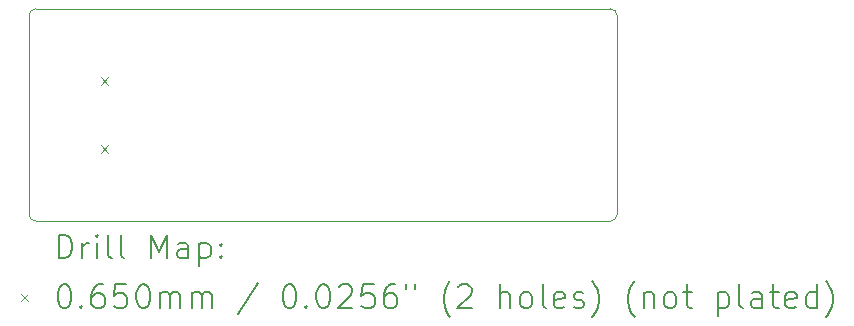
<source format=gbr>
%FSLAX45Y45*%
G04 Gerber Fmt 4.5, Leading zero omitted, Abs format (unit mm)*
G04 Created by KiCad (PCBNEW (6.0.5)) date 2025-03-09 20:54:10*
%MOMM*%
%LPD*%
G01*
G04 APERTURE LIST*
%TA.AperFunction,Profile*%
%ADD10C,0.100000*%
%TD*%
%ADD11C,0.200000*%
%ADD12C,0.065000*%
G04 APERTURE END LIST*
D10*
X12440000Y-9320000D02*
X12440000Y-11000000D01*
X17420000Y-9320000D02*
X17420000Y-11000000D01*
X17360000Y-9260000D02*
X12500000Y-9260000D01*
X12500000Y-11060000D02*
X17360000Y-11060000D01*
X12440000Y-11000000D02*
G75*
G03*
X12500000Y-11060000I60000J0D01*
G01*
X12500000Y-9260000D02*
G75*
G03*
X12440000Y-9320000I0J-60000D01*
G01*
X17420000Y-9320000D02*
G75*
G03*
X17360000Y-9260000I-60000J0D01*
G01*
X17360000Y-11060000D02*
G75*
G03*
X17420000Y-11000000I0J60000D01*
G01*
D11*
D12*
X13047500Y-9838500D02*
X13112500Y-9903500D01*
X13112500Y-9838500D02*
X13047500Y-9903500D01*
X13047500Y-10416500D02*
X13112500Y-10481500D01*
X13112500Y-10416500D02*
X13047500Y-10481500D01*
D11*
X12692619Y-11375476D02*
X12692619Y-11175476D01*
X12740238Y-11175476D01*
X12768809Y-11185000D01*
X12787857Y-11204048D01*
X12797381Y-11223095D01*
X12806905Y-11261190D01*
X12806905Y-11289762D01*
X12797381Y-11327857D01*
X12787857Y-11346905D01*
X12768809Y-11365952D01*
X12740238Y-11375476D01*
X12692619Y-11375476D01*
X12892619Y-11375476D02*
X12892619Y-11242143D01*
X12892619Y-11280238D02*
X12902143Y-11261190D01*
X12911667Y-11251667D01*
X12930714Y-11242143D01*
X12949762Y-11242143D01*
X13016428Y-11375476D02*
X13016428Y-11242143D01*
X13016428Y-11175476D02*
X13006905Y-11185000D01*
X13016428Y-11194524D01*
X13025952Y-11185000D01*
X13016428Y-11175476D01*
X13016428Y-11194524D01*
X13140238Y-11375476D02*
X13121190Y-11365952D01*
X13111667Y-11346905D01*
X13111667Y-11175476D01*
X13245000Y-11375476D02*
X13225952Y-11365952D01*
X13216428Y-11346905D01*
X13216428Y-11175476D01*
X13473571Y-11375476D02*
X13473571Y-11175476D01*
X13540238Y-11318333D01*
X13606905Y-11175476D01*
X13606905Y-11375476D01*
X13787857Y-11375476D02*
X13787857Y-11270714D01*
X13778333Y-11251667D01*
X13759286Y-11242143D01*
X13721190Y-11242143D01*
X13702143Y-11251667D01*
X13787857Y-11365952D02*
X13768809Y-11375476D01*
X13721190Y-11375476D01*
X13702143Y-11365952D01*
X13692619Y-11346905D01*
X13692619Y-11327857D01*
X13702143Y-11308809D01*
X13721190Y-11299286D01*
X13768809Y-11299286D01*
X13787857Y-11289762D01*
X13883095Y-11242143D02*
X13883095Y-11442143D01*
X13883095Y-11251667D02*
X13902143Y-11242143D01*
X13940238Y-11242143D01*
X13959286Y-11251667D01*
X13968809Y-11261190D01*
X13978333Y-11280238D01*
X13978333Y-11337381D01*
X13968809Y-11356428D01*
X13959286Y-11365952D01*
X13940238Y-11375476D01*
X13902143Y-11375476D01*
X13883095Y-11365952D01*
X14064048Y-11356428D02*
X14073571Y-11365952D01*
X14064048Y-11375476D01*
X14054524Y-11365952D01*
X14064048Y-11356428D01*
X14064048Y-11375476D01*
X14064048Y-11251667D02*
X14073571Y-11261190D01*
X14064048Y-11270714D01*
X14054524Y-11261190D01*
X14064048Y-11251667D01*
X14064048Y-11270714D01*
D12*
X12370000Y-11672500D02*
X12435000Y-11737500D01*
X12435000Y-11672500D02*
X12370000Y-11737500D01*
D11*
X12730714Y-11595476D02*
X12749762Y-11595476D01*
X12768809Y-11605000D01*
X12778333Y-11614524D01*
X12787857Y-11633571D01*
X12797381Y-11671667D01*
X12797381Y-11719286D01*
X12787857Y-11757381D01*
X12778333Y-11776428D01*
X12768809Y-11785952D01*
X12749762Y-11795476D01*
X12730714Y-11795476D01*
X12711667Y-11785952D01*
X12702143Y-11776428D01*
X12692619Y-11757381D01*
X12683095Y-11719286D01*
X12683095Y-11671667D01*
X12692619Y-11633571D01*
X12702143Y-11614524D01*
X12711667Y-11605000D01*
X12730714Y-11595476D01*
X12883095Y-11776428D02*
X12892619Y-11785952D01*
X12883095Y-11795476D01*
X12873571Y-11785952D01*
X12883095Y-11776428D01*
X12883095Y-11795476D01*
X13064048Y-11595476D02*
X13025952Y-11595476D01*
X13006905Y-11605000D01*
X12997381Y-11614524D01*
X12978333Y-11643095D01*
X12968809Y-11681190D01*
X12968809Y-11757381D01*
X12978333Y-11776428D01*
X12987857Y-11785952D01*
X13006905Y-11795476D01*
X13045000Y-11795476D01*
X13064048Y-11785952D01*
X13073571Y-11776428D01*
X13083095Y-11757381D01*
X13083095Y-11709762D01*
X13073571Y-11690714D01*
X13064048Y-11681190D01*
X13045000Y-11671667D01*
X13006905Y-11671667D01*
X12987857Y-11681190D01*
X12978333Y-11690714D01*
X12968809Y-11709762D01*
X13264048Y-11595476D02*
X13168809Y-11595476D01*
X13159286Y-11690714D01*
X13168809Y-11681190D01*
X13187857Y-11671667D01*
X13235476Y-11671667D01*
X13254524Y-11681190D01*
X13264048Y-11690714D01*
X13273571Y-11709762D01*
X13273571Y-11757381D01*
X13264048Y-11776428D01*
X13254524Y-11785952D01*
X13235476Y-11795476D01*
X13187857Y-11795476D01*
X13168809Y-11785952D01*
X13159286Y-11776428D01*
X13397381Y-11595476D02*
X13416428Y-11595476D01*
X13435476Y-11605000D01*
X13445000Y-11614524D01*
X13454524Y-11633571D01*
X13464048Y-11671667D01*
X13464048Y-11719286D01*
X13454524Y-11757381D01*
X13445000Y-11776428D01*
X13435476Y-11785952D01*
X13416428Y-11795476D01*
X13397381Y-11795476D01*
X13378333Y-11785952D01*
X13368809Y-11776428D01*
X13359286Y-11757381D01*
X13349762Y-11719286D01*
X13349762Y-11671667D01*
X13359286Y-11633571D01*
X13368809Y-11614524D01*
X13378333Y-11605000D01*
X13397381Y-11595476D01*
X13549762Y-11795476D02*
X13549762Y-11662143D01*
X13549762Y-11681190D02*
X13559286Y-11671667D01*
X13578333Y-11662143D01*
X13606905Y-11662143D01*
X13625952Y-11671667D01*
X13635476Y-11690714D01*
X13635476Y-11795476D01*
X13635476Y-11690714D02*
X13645000Y-11671667D01*
X13664048Y-11662143D01*
X13692619Y-11662143D01*
X13711667Y-11671667D01*
X13721190Y-11690714D01*
X13721190Y-11795476D01*
X13816428Y-11795476D02*
X13816428Y-11662143D01*
X13816428Y-11681190D02*
X13825952Y-11671667D01*
X13845000Y-11662143D01*
X13873571Y-11662143D01*
X13892619Y-11671667D01*
X13902143Y-11690714D01*
X13902143Y-11795476D01*
X13902143Y-11690714D02*
X13911667Y-11671667D01*
X13930714Y-11662143D01*
X13959286Y-11662143D01*
X13978333Y-11671667D01*
X13987857Y-11690714D01*
X13987857Y-11795476D01*
X14378333Y-11585952D02*
X14206905Y-11843095D01*
X14635476Y-11595476D02*
X14654524Y-11595476D01*
X14673571Y-11605000D01*
X14683095Y-11614524D01*
X14692619Y-11633571D01*
X14702143Y-11671667D01*
X14702143Y-11719286D01*
X14692619Y-11757381D01*
X14683095Y-11776428D01*
X14673571Y-11785952D01*
X14654524Y-11795476D01*
X14635476Y-11795476D01*
X14616428Y-11785952D01*
X14606905Y-11776428D01*
X14597381Y-11757381D01*
X14587857Y-11719286D01*
X14587857Y-11671667D01*
X14597381Y-11633571D01*
X14606905Y-11614524D01*
X14616428Y-11605000D01*
X14635476Y-11595476D01*
X14787857Y-11776428D02*
X14797381Y-11785952D01*
X14787857Y-11795476D01*
X14778333Y-11785952D01*
X14787857Y-11776428D01*
X14787857Y-11795476D01*
X14921190Y-11595476D02*
X14940238Y-11595476D01*
X14959286Y-11605000D01*
X14968809Y-11614524D01*
X14978333Y-11633571D01*
X14987857Y-11671667D01*
X14987857Y-11719286D01*
X14978333Y-11757381D01*
X14968809Y-11776428D01*
X14959286Y-11785952D01*
X14940238Y-11795476D01*
X14921190Y-11795476D01*
X14902143Y-11785952D01*
X14892619Y-11776428D01*
X14883095Y-11757381D01*
X14873571Y-11719286D01*
X14873571Y-11671667D01*
X14883095Y-11633571D01*
X14892619Y-11614524D01*
X14902143Y-11605000D01*
X14921190Y-11595476D01*
X15064048Y-11614524D02*
X15073571Y-11605000D01*
X15092619Y-11595476D01*
X15140238Y-11595476D01*
X15159286Y-11605000D01*
X15168809Y-11614524D01*
X15178333Y-11633571D01*
X15178333Y-11652619D01*
X15168809Y-11681190D01*
X15054524Y-11795476D01*
X15178333Y-11795476D01*
X15359286Y-11595476D02*
X15264048Y-11595476D01*
X15254524Y-11690714D01*
X15264048Y-11681190D01*
X15283095Y-11671667D01*
X15330714Y-11671667D01*
X15349762Y-11681190D01*
X15359286Y-11690714D01*
X15368809Y-11709762D01*
X15368809Y-11757381D01*
X15359286Y-11776428D01*
X15349762Y-11785952D01*
X15330714Y-11795476D01*
X15283095Y-11795476D01*
X15264048Y-11785952D01*
X15254524Y-11776428D01*
X15540238Y-11595476D02*
X15502143Y-11595476D01*
X15483095Y-11605000D01*
X15473571Y-11614524D01*
X15454524Y-11643095D01*
X15445000Y-11681190D01*
X15445000Y-11757381D01*
X15454524Y-11776428D01*
X15464048Y-11785952D01*
X15483095Y-11795476D01*
X15521190Y-11795476D01*
X15540238Y-11785952D01*
X15549762Y-11776428D01*
X15559286Y-11757381D01*
X15559286Y-11709762D01*
X15549762Y-11690714D01*
X15540238Y-11681190D01*
X15521190Y-11671667D01*
X15483095Y-11671667D01*
X15464048Y-11681190D01*
X15454524Y-11690714D01*
X15445000Y-11709762D01*
X15635476Y-11595476D02*
X15635476Y-11633571D01*
X15711667Y-11595476D02*
X15711667Y-11633571D01*
X16006905Y-11871667D02*
X15997381Y-11862143D01*
X15978333Y-11833571D01*
X15968809Y-11814524D01*
X15959286Y-11785952D01*
X15949762Y-11738333D01*
X15949762Y-11700238D01*
X15959286Y-11652619D01*
X15968809Y-11624048D01*
X15978333Y-11605000D01*
X15997381Y-11576428D01*
X16006905Y-11566905D01*
X16073571Y-11614524D02*
X16083095Y-11605000D01*
X16102143Y-11595476D01*
X16149762Y-11595476D01*
X16168809Y-11605000D01*
X16178333Y-11614524D01*
X16187857Y-11633571D01*
X16187857Y-11652619D01*
X16178333Y-11681190D01*
X16064048Y-11795476D01*
X16187857Y-11795476D01*
X16425952Y-11795476D02*
X16425952Y-11595476D01*
X16511667Y-11795476D02*
X16511667Y-11690714D01*
X16502143Y-11671667D01*
X16483095Y-11662143D01*
X16454524Y-11662143D01*
X16435476Y-11671667D01*
X16425952Y-11681190D01*
X16635476Y-11795476D02*
X16616428Y-11785952D01*
X16606905Y-11776428D01*
X16597381Y-11757381D01*
X16597381Y-11700238D01*
X16606905Y-11681190D01*
X16616428Y-11671667D01*
X16635476Y-11662143D01*
X16664048Y-11662143D01*
X16683095Y-11671667D01*
X16692619Y-11681190D01*
X16702143Y-11700238D01*
X16702143Y-11757381D01*
X16692619Y-11776428D01*
X16683095Y-11785952D01*
X16664048Y-11795476D01*
X16635476Y-11795476D01*
X16816429Y-11795476D02*
X16797381Y-11785952D01*
X16787857Y-11766905D01*
X16787857Y-11595476D01*
X16968810Y-11785952D02*
X16949762Y-11795476D01*
X16911667Y-11795476D01*
X16892619Y-11785952D01*
X16883095Y-11766905D01*
X16883095Y-11690714D01*
X16892619Y-11671667D01*
X16911667Y-11662143D01*
X16949762Y-11662143D01*
X16968810Y-11671667D01*
X16978333Y-11690714D01*
X16978333Y-11709762D01*
X16883095Y-11728809D01*
X17054524Y-11785952D02*
X17073571Y-11795476D01*
X17111667Y-11795476D01*
X17130714Y-11785952D01*
X17140238Y-11766905D01*
X17140238Y-11757381D01*
X17130714Y-11738333D01*
X17111667Y-11728809D01*
X17083095Y-11728809D01*
X17064048Y-11719286D01*
X17054524Y-11700238D01*
X17054524Y-11690714D01*
X17064048Y-11671667D01*
X17083095Y-11662143D01*
X17111667Y-11662143D01*
X17130714Y-11671667D01*
X17206905Y-11871667D02*
X17216429Y-11862143D01*
X17235476Y-11833571D01*
X17245000Y-11814524D01*
X17254524Y-11785952D01*
X17264048Y-11738333D01*
X17264048Y-11700238D01*
X17254524Y-11652619D01*
X17245000Y-11624048D01*
X17235476Y-11605000D01*
X17216429Y-11576428D01*
X17206905Y-11566905D01*
X17568810Y-11871667D02*
X17559286Y-11862143D01*
X17540238Y-11833571D01*
X17530714Y-11814524D01*
X17521190Y-11785952D01*
X17511667Y-11738333D01*
X17511667Y-11700238D01*
X17521190Y-11652619D01*
X17530714Y-11624048D01*
X17540238Y-11605000D01*
X17559286Y-11576428D01*
X17568810Y-11566905D01*
X17645000Y-11662143D02*
X17645000Y-11795476D01*
X17645000Y-11681190D02*
X17654524Y-11671667D01*
X17673571Y-11662143D01*
X17702143Y-11662143D01*
X17721190Y-11671667D01*
X17730714Y-11690714D01*
X17730714Y-11795476D01*
X17854524Y-11795476D02*
X17835476Y-11785952D01*
X17825952Y-11776428D01*
X17816429Y-11757381D01*
X17816429Y-11700238D01*
X17825952Y-11681190D01*
X17835476Y-11671667D01*
X17854524Y-11662143D01*
X17883095Y-11662143D01*
X17902143Y-11671667D01*
X17911667Y-11681190D01*
X17921190Y-11700238D01*
X17921190Y-11757381D01*
X17911667Y-11776428D01*
X17902143Y-11785952D01*
X17883095Y-11795476D01*
X17854524Y-11795476D01*
X17978333Y-11662143D02*
X18054524Y-11662143D01*
X18006905Y-11595476D02*
X18006905Y-11766905D01*
X18016429Y-11785952D01*
X18035476Y-11795476D01*
X18054524Y-11795476D01*
X18273571Y-11662143D02*
X18273571Y-11862143D01*
X18273571Y-11671667D02*
X18292619Y-11662143D01*
X18330714Y-11662143D01*
X18349762Y-11671667D01*
X18359286Y-11681190D01*
X18368810Y-11700238D01*
X18368810Y-11757381D01*
X18359286Y-11776428D01*
X18349762Y-11785952D01*
X18330714Y-11795476D01*
X18292619Y-11795476D01*
X18273571Y-11785952D01*
X18483095Y-11795476D02*
X18464048Y-11785952D01*
X18454524Y-11766905D01*
X18454524Y-11595476D01*
X18645000Y-11795476D02*
X18645000Y-11690714D01*
X18635476Y-11671667D01*
X18616429Y-11662143D01*
X18578333Y-11662143D01*
X18559286Y-11671667D01*
X18645000Y-11785952D02*
X18625952Y-11795476D01*
X18578333Y-11795476D01*
X18559286Y-11785952D01*
X18549762Y-11766905D01*
X18549762Y-11747857D01*
X18559286Y-11728809D01*
X18578333Y-11719286D01*
X18625952Y-11719286D01*
X18645000Y-11709762D01*
X18711667Y-11662143D02*
X18787857Y-11662143D01*
X18740238Y-11595476D02*
X18740238Y-11766905D01*
X18749762Y-11785952D01*
X18768810Y-11795476D01*
X18787857Y-11795476D01*
X18930714Y-11785952D02*
X18911667Y-11795476D01*
X18873571Y-11795476D01*
X18854524Y-11785952D01*
X18845000Y-11766905D01*
X18845000Y-11690714D01*
X18854524Y-11671667D01*
X18873571Y-11662143D01*
X18911667Y-11662143D01*
X18930714Y-11671667D01*
X18940238Y-11690714D01*
X18940238Y-11709762D01*
X18845000Y-11728809D01*
X19111667Y-11795476D02*
X19111667Y-11595476D01*
X19111667Y-11785952D02*
X19092619Y-11795476D01*
X19054524Y-11795476D01*
X19035476Y-11785952D01*
X19025952Y-11776428D01*
X19016429Y-11757381D01*
X19016429Y-11700238D01*
X19025952Y-11681190D01*
X19035476Y-11671667D01*
X19054524Y-11662143D01*
X19092619Y-11662143D01*
X19111667Y-11671667D01*
X19187857Y-11871667D02*
X19197381Y-11862143D01*
X19216429Y-11833571D01*
X19225952Y-11814524D01*
X19235476Y-11785952D01*
X19245000Y-11738333D01*
X19245000Y-11700238D01*
X19235476Y-11652619D01*
X19225952Y-11624048D01*
X19216429Y-11605000D01*
X19197381Y-11576428D01*
X19187857Y-11566905D01*
M02*

</source>
